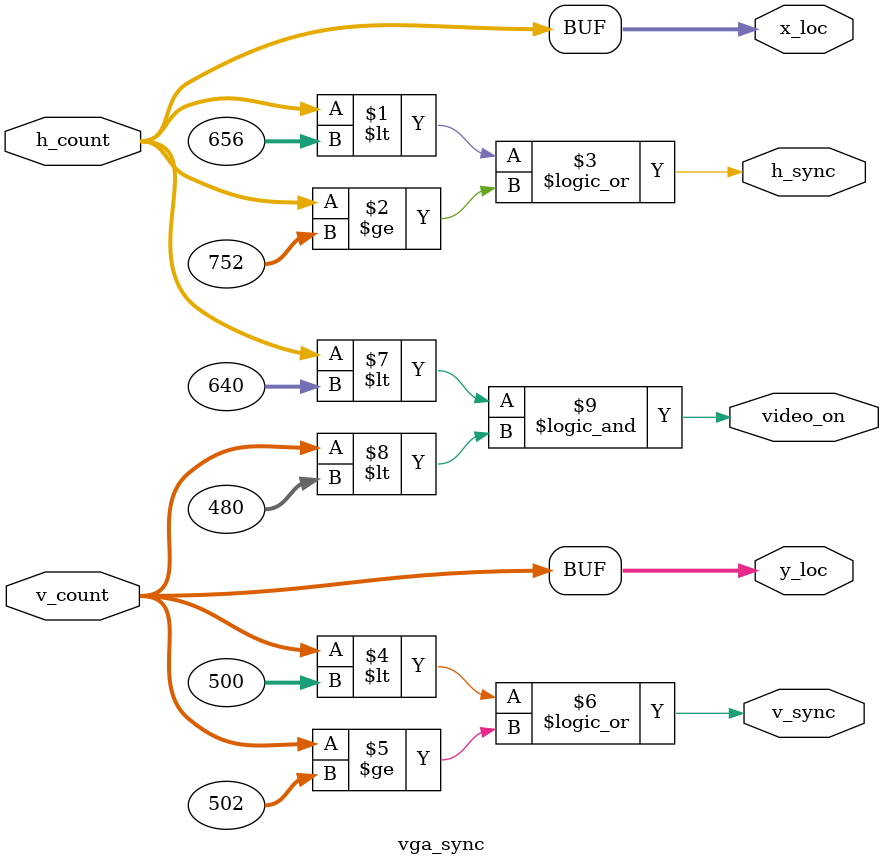
<source format=v>
module vga_sync(
    input [9:0] h_count,
    input [9:0] v_count,
    output h_sync,
    output v_sync,
    output video_on, // active area
    output [9:0] x_loc, // current pixel x- location
    output [9:0] y_loc // current pixel y-location
    );
    // horizontal
    localparam HD = 640;// Horizontal Display Area
    localparam HF = 16;// Horizontal (Front Porch) Right Border
    localparam HB = 48;// Horizontal (Back Porch) Left Border
    localparam HR = 96;// Horizontal Retrace
    // vertical
    localparam VD = 480;// Vertical Display Area
    localparam VF = 20;// Vertical (Front Porch) BottomBorder
    localparam VB = 33;// Vertical (Back Porch)Top Border
    localparam VR = 2;// Vertical Retrace
    
    assign x_loc = h_count;
    assign y_loc = v_count;
    assign h_sync = (h_count < HD + HF) || (h_count >= HD + HF + HR);
    assign v_sync = (v_count < VD + VF)|| (v_count >= VD + VF + VR);
    assign video_on = (h_count < 640) && (v_count < 480);
    
endmodule

</source>
